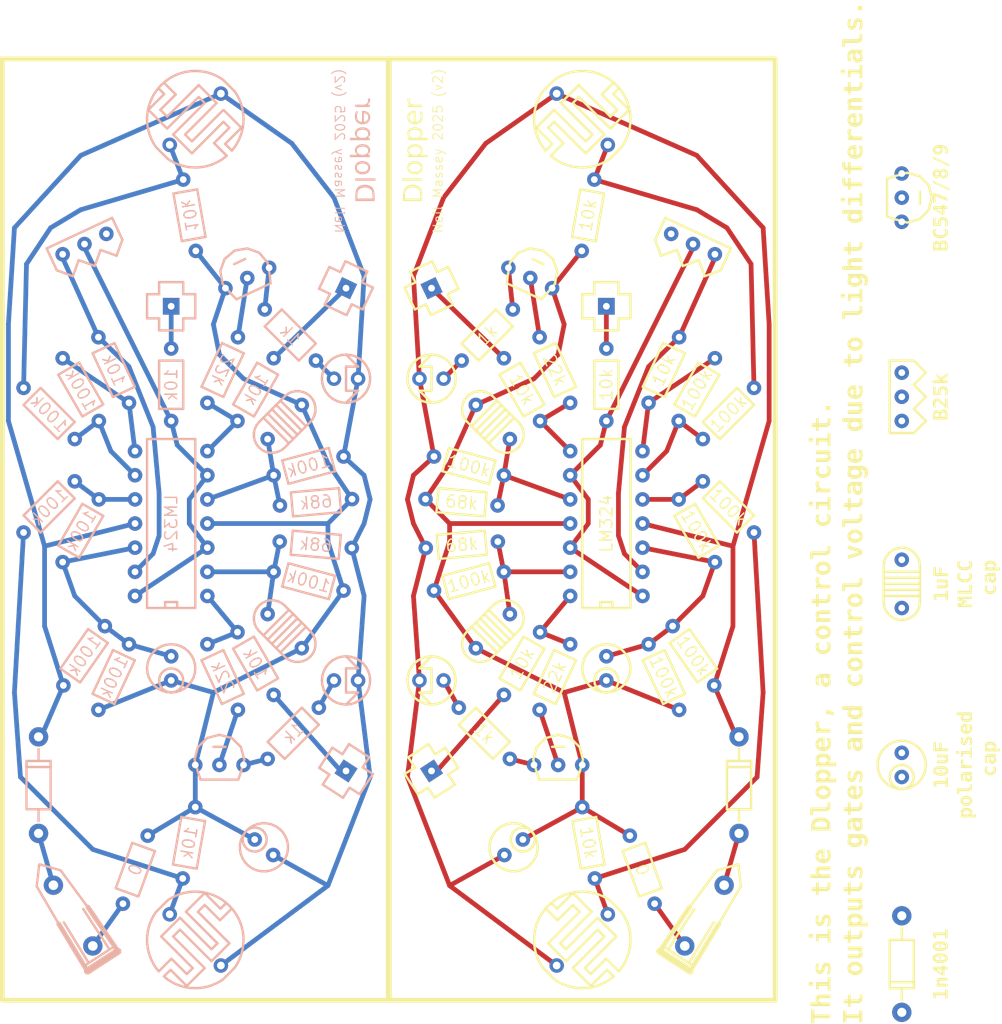
<source format=kicad_pcb>
(kicad_pcb (version 20240108) (generator "pcbnew") (generator_version "8.0")
  (layers (0 "F.Cu" signal) (31 "B.Cu" signal) (34 "B.Paste" user) (35 "F.Paste" user) (36 "B.SilkS" user "B.Silkscreen") (37 "F.SilkS" user "F.Silkscreen") (38 "B.Mask" user) (39 "F.Mask" user) (44 "Edge.Cuts" user))
  (net 0 "")
  (net 1 "GND")
  (net 2 "Net-(BT1-+)")
  (net 3 "MIDO")
  (net 4 "Net-(U1C--)")
  (net 5 "+9V")
  (net 6 "Net-(D1-K)")
  (net 7 "Net-(D2-K)")
  (net 8 "Net-(Q1-B)")
  (net 9 "Net-(Q1-C)")
  (net 10 "Net-(Q2-B)")
  (net 11 "Net-(Q2-C)")
  (net 12 "Net-(R3-Pad2)")
  (net 13 "Net-(U1A--)")
  (net 14 "Net-(R6-Pad2)")
  (net 15 "Net-(U1B-+)")
  (net 16 "Net-(R11-Pad1)")
  (net 17 "Net-(U1B--)")
  (net 18 "Net-(R14-Pad2)")
  (net 19 "Net-(R16-Pad1)")
  (net 20 "Vref1")
  (net 21 "Net-(R18-Pad2)")
  (net 22 "Net-(R19-Pad2)")
  (net 23 "Net-(R20-Pad2)")
  (net 25 "Vref2")
  (footprint "diy-nabra:power-1n4001" (layer "F.Cu") (at 113.665 151.765 90)
    (property "Reference" "REF**")
    (property "Value" "power-1n4001" (hide yes))
  )
  (footprint "diy-nabra:r3" (layer "F.Cu") (at 90.21535 119.936066 115)
    (property "Reference" "R2")
    (property "Value" "100k")
  )
  (footprint "diy-nabra:r3" (layer "F.Cu") (at 71.755 118.359114 60)
    (property "Reference" "R20")
    (property "Value" "10k")
  )
  (footprint "diy-nabra:wnob" (layer "F.Cu") (at 89.375956 69.85 -25)
    (property "Reference" "RV1")
    (property "Value" "B25k" (hide yes))
  )
  (footprint "diy-nabra:cadsulfide_sm" (layer "F.Cu") (at 80.01 144.145 -135)
    (property "Reference" "R6")
    (property "Value" "LDR-TOP" (hide yes))
  )
  (footprint "diy-nabra:cel1" (layer "F.Cu") (at 82.55 116.840001 90)
    (property "Reference" "C1")
    (property "Value" "10uF" (hide yes))
  )
  (footprint "diy-nabra:qnpn" (layer "F.Cu") (at 77.469999 125.730001 180)
    (property "Reference" "Q2")
    (property "Value" "BC547" (hide yes))
  )
  (footprint "diy-nabra:wsqout" (layer "F.Cu") (at 64.135 75.565 -154.6)
    (property "Reference" "TP1")
    (property "Value" "CompBot" (hide yes))
  )
  (footprint "diy-nabra:r3" (layer "F.Cu") (at 82.55 81.915001 -90)
    (property "Reference" "R18")
    (property "Value" "10k")
  )
  (footprint "diy-nabra:cel1" (layer "F.Cu") (at 113.665 127 90)
    (property "Reference" "REF**")
    (property "Value" "cel1" (hide yes))
  )
  (footprint "diy-nabra:power-1n4001" (layer "F.Cu") (at 96.52 122.77702 -90)
    (property "Reference" "D3")
    (property "Value" "1N4001" (hide yes))
  )
  (footprint "diy-nabra:dip14" (layer "F.Cu") (at 78.74 107.95 90)
    (property "Reference" "U1")
    (property "Value" "LM324")
  )
  (footprint "diy-nabra:r3" (layer "F.Cu") (at 90.17 97.79 -60)
    (property "Reference" "R10")
    (property "Value" "100k")
  )
  (footprint "diy-nabra:r3" (layer "F.Cu") (at 71.754999 82.935886 -60)
    (property "Reference" "R19")
    (property "Value" "10k")
  )
  (footprint "diy-nabra:r3" (layer "F.Cu") (at 90.215352 80.723936 -115)
    (property "Reference" "R11")
    (property "Value" "10k")
  )
  (footprint "diy-nabra:led" (layer "F.Cu") (at 62.865 85.089999)
    (property "Reference" "D1")
    (property "Value" "LED" (hide yes))
  )
  (footprint "diy-nabra:r3" (layer "F.Cu") (at 64.394645 107.382201 15)
    (property "Reference" "R24")
    (property "Value" "100k")
  )
  (footprint "diy-nabra:r3" (layer "F.Cu") (at 71.755 95.25 165)
    (property "Reference" "R21")
    (property "Value" "100k")
  )
  (footprint "diy-nabra:r3" (layer "F.Cu") (at 71.12 102.235 -175)
    (property "Reference" "R23")
    (property "Value" "68k")
  )
  (footprint "diy-nabra:qnpn" (layer "F.Cu") (at 113.665 66.04 90)
    (property "Reference" "REF**")
    (property "Value" "qnpn" (hide yes))
  )
  (footprint "diy-nabra:r3" (layer "F.Cu") (at 72.698154 77.796848 -135)
    (property "Reference" "R15")
    (property "Value" "1k")
  )
  (footprint "diy-nabra:cel1" (layer "F.Cu") (at 73.75345 133.579675 -140)
    (property "Reference" "C3")
    (property "Value" "10uF" (hide yes))
  )
  (footprint "diy-nabra:r3" (layer "F.Cu") (at 92.71 95.885 -45)
    (property "Reference" "R8")
    (property "Value" "100k")
  )
  (footprint "diy-nabra:r3" (layer "F.Cu") (at 63.5 97.760873 -5)
    (property "Reference" "R22")
    (property "Value" "68k")
  )
  (footprint "diy-nabra:r3" (layer "F.Cu") (at 89.535 111.125 -55)
    (property "Reference" "R1")
    (property "Value" "100k")
  )
  (footprint "diy-nabra:cadsulfide_sm" (layer "F.Cu") (at 80.01 57.785 135)
    (property "Reference" "R3")
    (property "Value" "LDR-BOT" (hide yes))
  )
  (footprint "diy-nabra:r3" (layer "F.Cu") (at 78.74 87.63 115)
    (property "Reference" "R14")
    (property "Value" "22k")
  )
  (footprint "diy-nabra:led" (layer "F.Cu") (at 62.865 116.84)
    (property "Reference" "D2")
    (property "Value" "LED" (hide yes))
  )
  (footprint "diy-nabra:cpoly105" (layer "F.Cu") (at 113.665 109.22 90)
    (property "Reference" "REF**")
    (property "Value" "cpoly105" (hide yes))
  )
  (footprint "diy-nabra:r3" (layer "F.Cu") (at 72.39 125.095 135)
    (property "Reference" "R17")
    (property "Value" "1k")
  )
  (footprint "diy-nabra:wnob" (layer "F.Cu") (at 113.665 89.535 90)
    (property "Reference" "REF**")
    (property "Value" "wnob" (hide yes))
  )
  (footprint "diy-nabra:r3" (layer "F.Cu") (at 93.98 82.935887 -120)
    (property "Reference" "R9")
    (property "Value" "100k")
  )
  (footprint "diy-nabra:wobelisk" (layer "F.Cu") (at 90.805 144.78 57)
    (property "Reference" "BT1")
    (property "Value" "Battery" (hide yes))
  )
  (footprint "diy-nabra:cpoly105" (layer "F.Cu") (at 68.797898 87.847898 -45)
    (property "Reference" "C4")
    (property "Value" "1uF" (hide yes))
  )
  (footprint "diy-nabra:r3" (layer "F.Cu") (at 80.01 130.175 -80)
    (property "Reference" "R7")
    (property "Value" "10k")
  )
  (footprint "diy-nabra:wsqout" (layer "F.Cu") (at 82.55 77.47 180)
    (property "Reference" "TP2")
    (property "Value" "Out" (hide yes))
  )
  (footprint "diy-nabra:r3" (layer "F.Cu") (at 75.519647 119.936064 65)
    (property "Reference" "R16")
    (property "Value" "22k")
  )
  (footprint "diy-nabra:r3" (layer "F.Cu") (at 79.956801 71.639236 80)
    (property "Reference" "R4")
    (property "Value" "10k")
  )
  (footprint "diy-nabra:wsqout" (layer "F.Cu") (at 64.135 126.365 -147)
    (property "Reference" "TP3")
    (property "Value" "CompTop" (hide yes))
  )
  (footprint "diy-nabra:r3" (layer "F.Cu") (at 85.023806 133.174542 -70)
    (property "Reference" "R7")
    (property "Value" "0")
  )
  (footprint "diy-nabra:qnpn" (layer "F.Cu") (at 74.532977 74.491548 155)
    (property "Reference" "Q1")
    (property "Value" "BC547" (hide yes))
  )
  (footprint "diy-nabra:cpoly105" (layer "F.Cu") (at 68.797898 113.447102 45)
    (property "Reference" "C5")
    (property "Value" "1uF" (hide yes))
  )
  (footprint "diy-nabra:r3" (layer "F.Cu") (at 92.71 91.44 45)
    (property "Reference" "R5")
    (property "Value" "100k")
  )
  (footprint "diy-nabra:cel1" (layer "B.Cu") (at 45.509858 133.579675 -40)
    (property "Reference" "C3")
    (property "Value" "10uF" (hide yes))
  )
  (footprint "diy-nabra:r3" (layer "B.Cu") (at 29.093308 97.79 -120)
    (property "Reference" "R10")
    (property "Value" "100k")
  )
  (footprint "diy-nabra:r3" (layer "B.Cu") (at 55.763308 97.760873 -175)
    (property "Reference" "R22")
    (property "Value" "68k")
  )
  (footprint "diy-nabra:wsqout" (layer "B.Cu") (at 55.128308 75.565 -25.4)
    (property "Reference" "TP1")
    (property "Value" "CompBot" (hide yes))
  )
  (footprint "diy-nabra:r3" (layer "B.Cu") (at 54.868663 107.382201 165)
    (property "Reference" "R24")
    (property "Value" "100k")
  )
  (footprint "diy-nabra:qnpn" (layer "B.Cu") (at 41.793309 125.730001)
    (property "Reference" "Q2")
    (property "Value" "BC547" (hide yes))
  )
  (footprint "diy-nabra:cpoly105" (layer "B.Cu") (at 50.46541 87.847898 -135)
    (property "Reference" "C4")
    (property "Value" "1uF" (hide yes))
  )
  (footprint "diy-nabra:r3" (layer "B.Cu") (at 40.523308 87.63 65)
    (property "Reference" "R14")
    (property "Value" "22k")
  )
  (footprint "diy-nabra:r3" (layer "B.Cu") (at 26.553308 95.885 -135)
    (property "Reference" "R8")
    (property "Value" "100k")
  )
  (footprint "diy-nabra:dip14" (layer "B.Cu") (at 40.523308 107.95 90)
    (property "Reference" "U1")
    (property "Value" "LM324")
  )
  (footprint "diy-nabra:r3" (layer "B.Cu") (at 47.508309 82.935886 -120)
    (property "Reference" "R19")
    (property "Value" "10k")
  )
  (footprint "diy-nabra:qnpn" (layer "B.Cu") (at 44.730331 74.491548 25)
    (property "Reference" "Q1")
    (property "Value" "BC547" (hide yes))
  )
  (footprint "diy-nabra:r3" (layer "B.Cu") (at 29.728308 111.125 -125)
    (property "Reference" "R1")
    (property "Value" "100k")
  )
  (footprint "diy-nabra:r3" (layer "B.Cu") (at 39.306507 71.639236 100)
    (property "Reference" "R4")
    (property "Value" "10k")
  )
  (footprint "diy-nabra:wnob" (layer "B.Cu") (at 29.887352 69.85 -155)
    (property "Reference" "RV1")
    (property "Value" "B25k" (hide yes))
  )
  (footprint "diy-nabra:led" (layer "B.Cu") (at 56.398308 85.089999 180)
    (property "Reference" "D1")
    (property "Value" "LED" (hide yes))
  )
  (footprint "diy-nabra:r3" (layer "B.Cu") (at 48.143308 102.235 -5)
    (property "Reference" "R23")
    (property "Value" "68k")
  )
  (footprint "diy-nabra:r3" (layer "B.Cu") (at 46.565154 77.796848 -45)
    (property "Reference" "R15")
    (property "Value" "1k")
  )
  (footprint "diy-nabra:cel1" (layer "B.Cu") (at 36.713308 116.840001 90)
    (property "Reference" "C1")
    (property "Value" "10uF" (hide yes))
  )
  (footprint "diy-nabra:r3" (layer "B.Cu") (at 39.253308 130.175 -100)
    (property "Reference" "R7")
    (property "Value" "10k")
  )
  (footprint "diy-nabra:cadsulfide_sm" (layer "B.Cu") (at 39.253308 57.785 45)
    (property "Reference" "R3")
    (property "Value" "LDR-BOT" (hide yes))
  )
  (footprint "diy-nabra:r3" (layer "B.Cu") (at 36.713308 81.915001 -90)
    (property "Reference" "R18")
    (property "Value" "10k")
  )
  (footprint "diy-nabra:r3" (layer "B.Cu") (at 47.508308 95.25 15)
    (property "Reference" "R21")
    (property "Value" "100k")
  )
  (footprint "diy-nabra:power-1n4001" (layer "B.Cu") (at 22.743308 122.77702 -90)
    (property "Reference" "D3")
    (property "Value" "1N4001" (hide yes))
  )
  (footprint "diy-nabra:wobelisk" (layer "B.Cu") (at 28.458308 144.78 123)
    (property "Reference" "BT1")
    (property "Value" "Battery" (hide yes))
  )
  (footprint "diy-nabra:r3" (layer "B.Cu") (at 26.553308 91.44 135)
    (property "Reference" "R5")
    (property "Value" "100k")
  )
  (footprint "diy-nabra:wsqout" (layer "B.Cu") (at 36.713308 77.47)
    (property "Reference" "TP2")
    (property "Value" "Out" (hide yes))
  )
  (footprint "diy-nabra:r3" (layer "B.Cu") (at 25.283308 82.935887 -60)
    (property "Reference" "R9")
    (property "Value" "100k")
  )
  (footprint "diy-nabra:cadsulfide_sm" (layer "B.Cu") (at 39.253308 144.145 -45)
    (property "Reference" "R6")
    (property "Value" "LDR-TOP" (hide yes))
  )
  (footprint "diy-nabra:r3" (layer "B.Cu") (at 43.743661 119.936064 115)
    (property "Reference" "R16")
    (property "Value" "22k")
  )
  (footprint "diy-nabra:r3" (layer "B.Cu") (at 46.873308 125.095 45)
    (property "Reference" "R17")
    (property "Value" "1k")
  )
  (footprint "diy-nabra:wsqout" (layer "B.Cu") (at 55.128308 126.365 -33)
    (property "Reference" "TP3")
    (property "Value" "CompTop" (hide yes))
  )
  (footprint "diy-nabra:r3" (layer "B.Cu") (at 29.047958 119.936066 65)
    (property "Reference" "R2")
    (property "Value" "100k")
  )
  (footprint "diy-nabra:led" (layer "B.Cu") (at 56.398308 116.84 180)
    (property "Reference" "D2")
    (property "Value" "LED" (hide yes))
  )
  (footprint "diy-nabra:cpoly105" (layer "B.Cu") (at 50.46541 113.447102 135)
    (property "Reference" "C5")
    (property "Value" "1uF" (hide yes))
  )
  (footprint "diy-nabra:r3" (layer "B.Cu") (at 47.508308 118.359114 120)
    (property "Reference" "R20")
    (property "Value" "10k")
  )
  (footprint "diy-nabra:r3" (layer "B.Cu") (at 29.047956 80.723936 -65)
    (property "Reference" "R11")
    (property "Value" "10k")
  )
  (footprint "diy-nabra:r3" (layer "B.Cu") (at 34.239502 133.174542 -110)
    (property "Reference" "R7")
    (property "Value" "0")
  )
  (gr_rect (start 18.933308 51.435) (end 59.573308 150.495) (stroke (width 0.5)) (fill none) (layer "F.SilkS"))
  (gr_rect (start 59.69 51.435) (end 100.33 150.495) (stroke (width 0.5)) (fill none) (layer "F.SilkS"))
  (gr_text "Dlopper" (at 55.763308 66.675 -90) (layer "B.SilkS") (effects (font (size 2 2) (thickness 0.1)) (justify left bottom mirror)))
  (gr_text "Neil Massey 2025 (v2)" (at 53.858308 69.85 -90) (layer "B.SilkS") (effects (font (size 1 1) (thickness 0.1)) (justify left bottom mirror)))
  (gr_text "BC547/8/9" (at 118.745 66.04 90) (layer "F.SilkS") (effects (font (size 1.5 1.5) (thickness 0.3) (bold yes)) (justify bottom)))
  (gr_text "1uF \nMLCC \ncap" (at 123.825 106.045 90) (layer "F.SilkS") (effects (font (size 1.5 1.5) (thickness 0.3) (bold yes)) (justify bottom)))
  (gr_text "1n4001" (at 118.745 150.495 90) (layer "F.SilkS") (effects (font (size 1.5 1.5) (thickness 0.3) (bold yes)) (justify left bottom)))
  (gr_text "Dlopper" (at 63.5 66.675 90) (layer "F.SilkS") (effects (font (size 2 2) (thickness 0.1)) (justify left bottom)))
  (gr_text "Neil Massey 2025 (v2)" (at 65.405 69.85 90) (layer "F.SilkS") (effects (font (size 1 1) (thickness 0.1)) (justify left bottom)))
  (gr_text "10uF \npolarised \ncap" (at 123.825 125.095 90) (layer "F.SilkS") (effects (font (size 1.5 1.5) (thickness 0.3) (bold yes)) (justify bottom)))
  (gr_text "B25k" (at 118.745 86.995 90) (layer "F.SilkS") (effects (font (size 1.5 1.5) (thickness 0.3) (bold yes)) (justify bottom)))
  (gr_text "This is the Dlopper, a control circuit.\nIt outputs gates and control voltage due to light differentials." (at 109.855 153.035 90) (layer "F.SilkS") (effects (font (size 2 2) (thickness 0.4) (bold yes)) (justify left bottom)))
  (segment (start 85.023806 133.174542) (end 80.01 130.175) (width 0.5) (layer "F.Cu") (net 1))
  (segment (start 64.394645 107.382201) (end 66.04 102.235) (width 0.5) (layer "F.Cu") (net 1))
  (segment (start 78.105 118.11) (end 82.55 116.840001) (width 0.5) (layer "F.Cu") (net 1))
  (segment (start 74.93 85.09) (end 77.47 82.55) (width 0.5) (layer "F.Cu") (net 1))
  (segment (start 76.835 75.565) (end 79.956801 71.639236) (width 0.5) (layer "F.Cu") (net 1))
  (segment (start 80.01 125.73) (end 78.105 118.11) (width 0.5) (layer "F.Cu") (net 1))
  (segment (start 82.55 116.840001) (end 90.21535 119.936066) (width 0.5) (layer "F.Cu") (net 1))
  (segment (start 90.805 144.78) (end 87.63 140.335) (width 0.5) (layer "F.Cu") (net 1))
  (segment (start 78.74 100.33) (end 66.04 100.33) (width 0.5) (layer "F.Cu") (net 1))
  (segment (start 68.797898 113.447102) (end 64.394645 107.382201) (width 0.5) (layer "F.Cu") (net 1))
  (segment (start 68.797898 87.847898) (end 74.93 85.09) (width 0.5) (layer "F.Cu") (net 1))
  (segment (start 78.105 79.375) (end 76.835 75.565) (width 0.5) (layer "F.Cu") (net 1))
  (segment (start 66.04 102.235) (end 66.04 100.33) (width 0.5) (layer "F.Cu") (net 1))
  (segment (start 66.04 93.98) (end 68.797898 87.847898) (width 0.5) (layer "F.Cu") (net 1))
  (segment (start 66.04 100.33) (end 63.5 97.760873) (width 0.5) (layer "F.Cu") (net 1))
  (segment (start 68.797898 113.447102) (end 78.105 118.11) (width 0.5) (layer "F.Cu") (net 1))
  (segment (start 80.01 130.175) (end 73.75345 133.579675) (width 0.5) (layer "F.Cu") (net 1))
  (segment (start 63.5 97.760873) (end 66.04 93.98) (width 0.5) (layer "F.Cu") (net 1))
  (segment (start 80.01 130.175) (end 80.01 125.73) (width 0.5) (layer "F.Cu") (net 1))
  (segment (start 77.47 82.55) (end 78.105 79.375) (width 0.5) (layer "F.Cu") (net 1))
  (segment (start 39.253308 130.175) (end 45.509858 133.579675) (width 0.5) (layer "B.Cu") (net 1))
  (segment (start 53.223308 93.98) (end 50.46541 87.847898) (width 0.5) (layer "B.Cu") (net 1))
  (segment (start 53.223308 100.33) (end 55.763308 97.760873) (width 0.5) (layer "B.Cu") (net 1))
  (segment (start 36.713308 116.840001) (end 29.047958 119.936066) (width 0.5) (layer "B.Cu") (net 1))
  (segment (start 41.158308 79.375) (end 42.428308 75.565) (width 0.5) (layer "B.Cu") (net 1))
  (segment (start 39.253308 125.73) (end 41.158308 118.11) (width 0.5) (layer "B.Cu") (net 1))
  (segment (start 54.868663 107.382201) (end 53.223308 102.235) (width 0.5) (layer "B.Cu") (net 1))
  (segment (start 41.158308 118.11) (end 36.713308 116.840001) (width 0.5) (layer "B.Cu") (net 1))
  (segment (start 50.46541 113.447102) (end 41.158308 118.11) (width 0.5) (layer "B.Cu") (net 1))
  (segment (start 50.46541 113.447102) (end 54.868663 107.382201) (width 0.5) (layer "B.Cu") (net 1))
  (segment (start 41.793308 82.55) (end 41.158308 79.375) (width 0.5) (layer "B.Cu") (net 1))
  (segment (start 39.253308 130.175) (end 39.253308 125.73) (width 0.5) (layer "B.Cu") (net 1))
  (segment (start 53.223308 102.235) (end 53.223308 100.33) (width 0.5) (layer "B.Cu") (net 1))
  (segment (start 40.523308 100.33) (end 53.223308 100.33) (width 0.5) (layer "B.Cu") (net 1))
  (segment (start 34.239502 133.174542) (end 39.253308 130.175) (width 0.5) (layer "B.Cu") (net 1))
  (segment (start 44.333308 85.09) (end 41.793308 82.55) (width 0.5) (layer "B.Cu") (net 1))
  (segment (start 55.763308 97.760873) (end 53.223308 93.98) (width 0.5) (layer "B.Cu") (net 1))
  (segment (start 28.458308 144.78) (end 31.633308 140.335) (width 0.5) (layer "B.Cu") (net 1))
  (segment (start 42.428308 75.565) (end 39.306507 71.639236) (width 0.5) (layer "B.Cu") (net 1))
  (segment (start 50.46541 87.847898) (end 44.333308 85.09) (width 0.5) (layer "B.Cu") (net 1))
  (segment (start 94.955149 138.38933) (end 96.519999 132.937021) (width 0.5) (layer "F.Cu") (net 2))
  (segment (start 24.308159 138.38933) (end 22.743309 132.937021) (width 0.5) (layer "B.Cu") (net 2))
  (segment (start 89.535 111.125) (end 92.71 107.95) (width 0.5) (layer "F.Cu") (net 3))
  (segment (start 86.995 113.03) (end 89.535 111.125) (width 0.5) (layer "F.Cu") (net 3))
  (segment (start 86.995 113.03) (end 82.55 114.3) (width 0.5) (layer "F.Cu") (net 3))
  (segment (start 93.98 104.389114) (end 86.36 102.87) (width 0.5) (layer "F.Cu") (net 3))
  (segment (start 92.71 107.95) (end 93.98 104.389114) (width 0.5) (layer "F.Cu") (net 3))
  (segment (start 29.728308 111.125) (end 26.553308 107.95) (width 0.5) (layer "B.Cu") (net 3))
  (segment (start 26.553308 107.95) (end 25.283308 104.389114) (width 0.5) (layer "B.Cu") (net 3))
  (segment (start 32.268308 113.03) (end 36.713308 114.3) (width 0.5) (layer "B.Cu") (net 3))
  (segment (start 32.268308 113.03) (end 29.728308 111.125) (width 0.5) (layer "B.Cu") (net 3))
  (segment (start 25.283308 104.389114) (end 32.903308 102.87) (width 0.5) (layer "B.Cu") (net 3))
  (segment (start 86.36 107.95) (end 78.739999 102.87) (width 0.5) (layer "F.Cu") (net 4))
  (segment (start 78.74 95.25) (end 80.645 97.79) (width 0.5) (layer "F.Cu") (net 4))
  (segment (start 78.74 95.25) (end 81.915 92.075) (width 0.5) (layer "F.Cu") (net 4))
  (segment (start 80.645 100.33) (end 78.739999 102.87) (width 0.5) (layer "F.Cu") (net 4))
  (segment (start 81.915 92.075) (end 82.55 89.535) (width 0.5) (layer "F.Cu") (net 4))
  (segment (start 82.55 89.535) (end 91.677978 71.316548) (width 0.5) (layer "F.Cu") (net 4))
  (segment (start 80.645 97.79) (end 80.645 100.33) (width 0.5) (layer "F.Cu") (net 4))
  (segment (start 40.523308 95.25) (end 38.618308 97.79) (width 0.5) (layer "B.Cu") (net 4))
  (segment (start 38.618308 100.33) (end 40.523309 102.87) (width 0.5) (layer "B.Cu") (net 4))
  (segment (start 32.903308 107.95) (end 40.523309 102.87) (width 0.5) (layer "B.Cu") (net 4))
  (segment (start 38.618308 97.79) (end 38.618308 100.33) (width 0.5) (layer "B.Cu") (net 4))
  (segment (start 37.348308 92.075) (end 36.713308 89.535) (width 0.5) (layer "B.Cu") (net 4))
  (segment (start 40.523308 95.25) (end 37.348308 92.075) (width 0.5) (layer "B.Cu") (net 4))
  (segment (start 36.713308 89.535) (end 27.58533 71.316548) (width 0.5) (layer "B.Cu") (net 4))
  (segment (start 92.075 61.595) (end 77.315923 55.090923) (width 0.5) (layer "F.Cu") (net 5))
  (segment (start 61.595 127) (end 62.865 116.84) (width 0.5) (layer "F.Cu") (net 5))
  (segment (start 66.04 138.43) (end 61.595 127) (width 0.5) (layer "F.Cu") (net 5))
  (segment (start 77.315923 146.839077) (end 66.04 138.43) (width 0.5) (layer "F.Cu") (net 5))
  (segment (start 62.23 107.95) (end 63.528996 102.899127) (width 0.5) (layer "F.Cu") (net 5))
  (segment (start 95.885 111.125) (end 93.905652 117.366938) (width 0.5) (layer "F.Cu") (net 5))
  (segment (start 95.885 102.71125) (end 99.695 89.535) (width 0.5) (layer "F.Cu") (net 5))
  (segment (start 86.360001 100.33) (end 95.885 102.71125) (width 0.5) (layer "F.Cu") (net 5))
  (segment (start 99.695 89.535) (end 99.695 79.375) (width 0.5) (layer "F.Cu") (net 5))
  (segment (start 71.807697 135.212355) (end 66.04 138.43) (width 0.5) (layer "F.Cu") (net 5))
  (segment (start 99.06 69.215) (end 92.075 61.595) (width 0.5) (layer "F.Cu") (net 5))
  (segment (start 62.865 85.09) (end 62.23 74.295) (width 0.5) (layer "F.Cu") (net 5))
  (segment (start 62.23 95.25) (end 64.394645 93.277799) (width 0.5) (layer "F.Cu") (net 5))
  (segment (start 93.905652 117.366938) (end 96.52 123.41202) (width 0.5) (layer "F.Cu") (net 5))
  (segment (start 61.595 97.79) (end 62.23 95.25) (width 0.5) (layer "F.Cu") (net 5))
  (segment (start 62.23 100.33) (end 61.595 97.79) (width 0.5) (layer "F.Cu") (net 5))
  (segment (start 64.394645 93.277799) (end 62.865 85.09) (width 0.5) (layer "F.Cu") (net 5))
  (segment (start 62.865 116.84) (end 62.23 107.95) (width 0.5) (layer "F.Cu") (net 5))
  (segment (start 99.695 79.375) (end 99.06 69.215) (width 0.5) (layer "F.Cu") (net 5))
  (segment (start 62.23 74.295) (end 65.405 66.04) (width 0.5) (layer "F.Cu") (net 5))
  (segment (start 95.885 102.71125) (end 95.885 111.125) (width 0.5) (layer "F.Cu") (net 5))
  (segment (start 63.528996 102.899127) (end 62.23 100.33) (width 0.5) (layer "F.Cu") (net 5))
  (segment (start 65.405 66.04) (end 69.85 60.325) (width 0.5) (layer "F.Cu") (net 5))
  (segment (start 69.85 60.325) (end 77.315923 55.090923) (width 0.5) (layer "F.Cu") (net 5))
  (segment (start 23.378308 102.71125) (end 23.378308 111.125) (width 0.5) (layer "B.Cu") (net 5))
  (segment (start 41.947385 146.839077) (end 53.223308 138.43) (width 0.5) (layer "B.Cu") (net 5))
  (segment (start 49.413308 60.325) (end 41.947385 55.090923) (width 0.5) (layer "B.Cu") (net 5))
  (segment (start 19.568308 79.375) (end 20.203308 69.215) (width 0.5) (layer "B.Cu") (net 5))
  (segment (start 57.033308 95.25) (end 54.868663 93.277799) (width 0.5) (layer "B.Cu") (net 5))
  (segment (start 32.903307 100.33) (end 23.378308 102.71125) (width 0.5) (layer "B.Cu") (net 5))
  (segment (start 47.455611 135.212355) (end 53.223308 138.43) (width 0.5) (layer "B.Cu") (net 5))
  (segment (start 57.033308 107.95) (end 55.734312 102.899127) (width 0.5) (layer "B.Cu") (net 5))
  (segment (start 27.188308 61.595) (end 41.947385 55.090923) (width 0.5) (layer "B.Cu") (net 5))
  (segment (start 55.734312 102.899127) (end 57.033308 100.33) (width 0.5) (layer "B.Cu") (net 5))
  (segment (start 25.357656 117.366938) (end 22.743308 123.41202) (width 0.5) (layer "B.Cu") (net 5))
  (segment (start 54.868663 93.277799) (end 56.398308 85.09) (width 0.5) (layer "B.Cu") (net 5))
  (segment (start 53.858308 66.04) (end 49.413308 60.325) (width 0.5) (layer "B.Cu") (net 5))
  (segment (start 20.203308 69.215) (end 27.188308 61.595) (width 0.5) (layer "B.Cu") (net 5))
  (segment (start 19.568308 89.535) (end 19.568308 79.375) (width 0.5) (layer "B.Cu") (net 5))
  (segment (start 56.398308 85.09) (end 57.033308 74.295) (width 0.5) (layer "B.Cu") (net 5))
  (segment (start 23.378308 111.125) (end 25.357656 117.366938) (width 0.5) (layer "B.Cu") (net 5))
  (segment (start 57.668308 97.79) (end 57.033308 95.25) (width 0.5) (layer "B.Cu") (net 5))
  (segment (start 57.668308 127) (end 56.398308 116.84) (width 0.5) (layer "B.Cu") (net 5))
  (segment (start 23.378308 102.71125) (end 19.568308 89.535) (width 0.5) (layer "B.Cu") (net 5))
  (segment (start 57.033308 100.33) (end 57.668308 97.79) (width 0.5) (layer "B.Cu") (net 5))
  (segment (start 57.033308 74.295) (end 53.858308 66.04) (width 0.5) (layer "B.Cu") (net 5))
  (segment (start 56.398308 116.84) (end 57.033308 107.95) (width 0.5) (layer "B.Cu") (net 5))
  (segment (start 53.223308 138.43) (end 57.668308 127) (width 0.5) (layer "B.Cu") (net 5))
  (segment (start 65.405 85.09) (end 67.31 83.185) (width 0.5) (layer "F.Cu") (net 6))
  (segment (start 53.858308 85.09) (end 51.953308 83.185) (width 0.5) (layer "B.Cu") (net 6))
  (segment (start 65.405 116.839999) (end 67.001846 119.706846) (width 0.5) (layer "F.Cu") (net 7))
  (segment (start 53.858308 116.839999) (end 52.261462 119.706846) (width 0.5) (layer "B.Cu") (net 7))
  (segment (start 75.519649 80.723935) (end 74.532977 74.491548) (width 0.5) (layer "F.Cu") (net 8))
  (segment (start 43.743659 80.723935) (end 44.730331 74.491548) (width 0.5) (layer "B.Cu") (net 8))
  (segment (start 72.698154 77.796848) (end 72.230954 73.418096) (width 0.5) (layer "F.Cu") (net 9))
  (segment (start 46.565154 77.796848) (end 47.032354 73.418096) (width 0.5) (layer "B.Cu") (net 9))
  (segment (start 77.469999 125.730001) (end 75.519647 119.936064) (width 0.5) (layer "F.Cu") (net 10))
  (segment (start 41.793309 125.730001) (end 43.743661 119.936064) (width 0.5) (layer "B.Cu") (net 10))
  (segment (start 72.39 125.095) (end 74.929998 125.730002) (width 0.5) (layer "F.Cu") (net 11))
  (segment (start 46.873308 125.095) (end 44.33331 125.730002) (width 0.5) (layer "B.Cu") (net 11))
  (segment (start 92.075 67.31) (end 81.28 64.135) (width 0.5) (layer "F.Cu") (net 12))
  (segment (start 82.704077 60.479077) (end 81.28 64.135) (width 0.5) (layer "F.Cu") (net 12))
  (segment (start 97.79 73.025) (end 95.25 69.215) (width 0.5) (layer "F.Cu") (net 12))
  (segment (start 95.25 69.215) (end 92.075 67.31) (width 0.5) (layer "F.Cu") (net 12))
  (segment (start 98.098153 86.051846) (end 97.79 73.025) (width 0.5) (layer "F.Cu") (net 12))
  (segment (start 21.473308 73.025) (end 24.013308 69.215) (width 0.5) (layer "B.Cu") (net 12))
  (segment (start 27.188308 67.31) (end 37.983308 64.135) (width 0.5) (layer "B.Cu") (net 12))
  (segment (start 21.165155 86.051846) (end 21.473308 73.025) (width 0.5) (layer "B.Cu") (net 12))
  (segment (start 36.559231 60.479077) (end 37.983308 64.135) (width 0.5) (layer "B.Cu") (net 12))
  (segment (start 24.013308 69.215) (end 27.188308 67.31) (width 0.5) (layer "B.Cu") (net 12))
  (segment (start 83.82 101.6) (end 83.82 97.155) (width 0.5) (layer "F.Cu") (net 13))
  (segment (start 86.995 83.82) (end 90.215352 80.723936) (width 0.5) (layer "F.Cu") (net 13))
  (segment (start 84.455 90.17) (end 86.995 83.82) (width 0.5) (layer "F.Cu") (net 13))
  (segment (start 84.455 103.505) (end 83.82 101.6) (width 0.5) (layer "F.Cu") (net 13))
  (segment (start 86.36 105.41) (end 84.455 103.505) (width 0.5) (layer "F.Cu") (net 13))
  (segment (start 83.82 97.155) (end 84.455 90.17) (width 0.5) (layer "F.Cu") (net 13))
  (segment (start 90.215352 80.723936) (end 93.98 72.39) (width 0.5) (layer "F.Cu") (net 13))
  (segment (start 35.443308 97.155) (end 34.808308 90.17) (width 0.5) (layer "B.Cu") (net 13))
  (segment (start 35.443308 101.6) (end 35.443308 97.155) (width 0.5) (layer "B.Cu") (net 13))
  (segment (start 32.903308 105.41) (end 34.808308 103.505) (width 0.5) (layer "B.Cu") (net 13))
  (segment (start 34.808308 103.505) (end 35.443308 101.6) (width 0.5) (layer "B.Cu") (net 13))
  (segment (start 29.047956 80.723936) (end 25.283308 72.39) (width 0.5) (layer "B.Cu") (net 13))
  (segment (start 32.268308 83.82) (end 29.047956 80.723936) (width 0.5) (layer "B.Cu") (net 13))
  (segment (start 34.808308 90.17) (end 32.268308 83.82) (width 0.5) (layer "B.Cu") (net 13))
  (segment (start 81.3332 137.679235) (end 90.805 134.62) (width 0.5) (layer "F.Cu") (net 14))
  (segment (start 90.805 134.62) (end 98.425 127) (width 0.5) (layer "F.Cu") (net 14))
  (segment (start 98.425 127) (end 99.06 118.11) (width 0.5) (layer "F.Cu") (net 14))
  (segment (start 81.3332 137.679235) (end 82.704077 141.450923) (width 0.5) (layer "F.Cu") (net 14))
  (segment (start 99.06 118.11) (end 98.098154 101.273154) (width 0.5) (layer "F.Cu") (net 14))
  (segment (start 28.458308 134.62) (end 20.838308 127) (width 0.5) (layer "B.Cu") (net 14))
  (segment (start 37.930108 137.679235) (end 28.458308 134.62) (width 0.5) (layer "B.Cu") (net 14))
  (segment (start 20.203308 118.11) (end 21.165154 101.273154) (width 0.5) (layer "B.Cu") (net 14))
  (segment (start 20.838308 127) (end 20.203308 118.11) (width 0.5) (layer "B.Cu") (net 14))
  (segment (start 37.930108 137.679235) (end 36.559231 141.450923) (width 0.5) (layer "B.Cu") (net 14))
  (segment (start 90.17 97.79) (end 92.71 95.885) (width 0.5) (layer "F.Cu") (net 15))
  (segment (start 86.36 97.789999) (end 90.17 97.79) (width 0.5) (layer "F.Cu") (net 15))
  (segment (start 29.093308 97.79) (end 26.553308 95.885) (width 0.5) (layer "B.Cu") (net 15))
  (segment (start 32.903308 97.789999) (end 29.093308 97.79) (width 0.5) (layer "B.Cu") (net 15))
  (segment (start 86.360001 92.71) (end 86.995 87.63) (width 0.5) (layer "F.Cu") (net 16))
  (segment (start 86.995 87.63) (end 93.98 82.935887) (width 0.5) (layer "F.Cu") (net 16))
  (segment (start 32.903307 92.71) (end 32.268308 87.63) (width 0.5) (layer "B.Cu") (net 16))
  (segment (start 32.268308 87.63) (end 25.283308 82.935887) (width 0.5) (layer "B.Cu") (net 16))
  (segment (start 90.17 89.535) (end 92.71 91.44) (width 0.5) (layer "F.Cu") (net 17))
  (segment (start 86.36 95.25) (end 88.9 92.71) (width 0.5) (layer "F.Cu") (net 17))
  (segment (start 88.9 92.71) (end 90.17 89.535) (width 0.5) (layer "F.Cu") (net 17))
  (segment (start 30.363308 92.71) (end 29.093308 89.535) (width 0.5) (layer "B.Cu") (net 17))
  (segment (start 29.093308 89.535) (end 26.553308 91.44) (width 0.5) (layer "B.Cu") (net 17))
  (segment (start 32.903308 95.25) (end 30.363308 92.71) (width 0.5) (layer "B.Cu") (net 17))
  (segment (start 78.74 92.709999) (end 75.565 89.535) (width 0.5) (layer "F.Cu") (net 18))
  (segment (start 75.565 89.535) (end 78.74 87.63) (width 0.5) (layer "F.Cu") (net 18))
  (segment (start 43.698308 89.535) (end 40.523308 87.63) (width 0.5) (layer "B.Cu") (net 18))
  (segment (start 40.523308 92.709999) (end 43.698308 89.535) (width 0.5) (layer "B.Cu") (net 18))
  (segment (start 75.565 111.76) (end 78.74 113.03) (width 0.5) (layer "F.Cu") (net 19))
  (segment (start 75.565 111.76) (end 78.74 107.95) (width 0.5) (layer "F.Cu") (net 19))
  (segment (start 43.698308 111.76) (end 40.523308 107.95) (width 0.5) (layer "B.Cu") (net 19))
  (segment (start 43.698308 111.76) (end 40.523308 113.03) (width 0.5) (layer "B.Cu") (net 19))
  (segment (start 71.755 95.25) (end 78.740001 97.790001) (width 0.5) (layer "F.Cu") (net 20))
  (segment (start 71.091004 98.425) (end 71.755 95.25) (width 0.5) (layer "F.Cu") (net 20))
  (segment (start 72.39 91.44) (end 71.755 95.25) (width 0.5) (layer "F.Cu") (net 20))
  (segment (start 48.172304 98.425) (end 47.508308 95.25) (width 0.5) (layer "B.Cu") (net 20))
  (segment (start 47.508308 95.25) (end 40.523307 97.790001) (width 0.5) (layer "B.Cu") (net 20))
  (segment (start 46.873308 91.44) (end 47.508308 95.25) (width 0.5) (layer "B.Cu") (net 20))
  (segment (start 82.55 81.915001) (end 82.55 77.47) (width 0.5) (layer "F.Cu") (net 21))
  (segment (start 36.713308 81.915001) (end 36.713308 77.47) (width 0.5) (layer "B.Cu") (net 21))
  (segment (start 64.135 75.565) (end 71.754999 82.935886) (width 0.5) (layer "F.Cu") (net 22))
  (segment (start 55.128308 75.565) (end 47.508309 82.935886) (width 0.5) (layer "B.Cu") (net 22))
  (segment (start 71.755 118.359114) (end 64.135 127) (width 0.5) (layer "F.Cu") (net 23))
  (segment (start 47.508308 118.359114) (end 55.128308 127) (width 0.5) (layer "B.Cu") (net 23))
  (segment (start 71.12 102.235) (end 71.755 105.41) (width 0.5) (layer "F.Cu") (net 25))
  (segment (start 72.39 109.855) (end 71.755 105.41) (width 0.5) (layer "F.Cu") (net 25))
  (segment (start 78.74 105.41) (end 71.755 105.41) (width 0.5) (layer "F.Cu") (net 25))
  (segment (start 46.873308 109.855) (end 47.508308 105.41) (width 0.5) (layer "B.Cu") (net 25))
  (segment (start 48.143308 102.235) (end 47.508308 105.41) (width 0.5) (layer "B.Cu") (net 25))
  (segment (start 40.523308 105.41) (end 47.508308 105.41) (width 0.5) (layer "B.Cu") (net 25))
)
</source>
